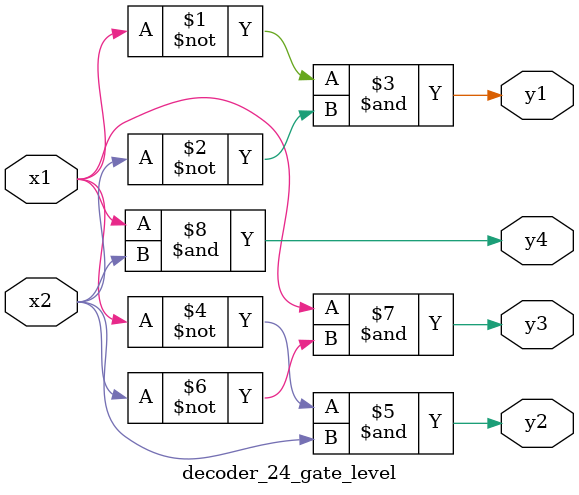
<source format=v>
module decoder_24_gate_level(
    input x1,
    input x2,
    output y1,
    output y2,
    output y3,
    output y4
    );
    
    and a1(y1,~x1,~x2);
    and a2(y2,~x1,x2);
    and a3(y3,x1,~x2);
    and a4(y4,x1,x2);
    
endmodule

</source>
